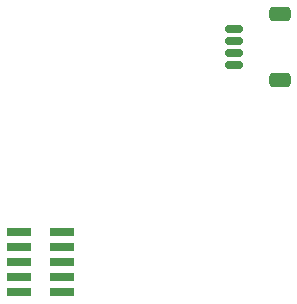
<source format=gbp>
G04 #@! TF.GenerationSoftware,KiCad,Pcbnew,7.0.1*
G04 #@! TF.CreationDate,2023-04-16T16:23:16+07:00*
G04 #@! TF.ProjectId,chargerV1,63686172-6765-4725-9631-2e6b69636164,rev?*
G04 #@! TF.SameCoordinates,Original*
G04 #@! TF.FileFunction,Paste,Bot*
G04 #@! TF.FilePolarity,Positive*
%FSLAX46Y46*%
G04 Gerber Fmt 4.6, Leading zero omitted, Abs format (unit mm)*
G04 Created by KiCad (PCBNEW 7.0.1) date 2023-04-16 16:23:16*
%MOMM*%
%LPD*%
G01*
G04 APERTURE LIST*
G04 Aperture macros list*
%AMRoundRect*
0 Rectangle with rounded corners*
0 $1 Rounding radius*
0 $2 $3 $4 $5 $6 $7 $8 $9 X,Y pos of 4 corners*
0 Add a 4 corners polygon primitive as box body*
4,1,4,$2,$3,$4,$5,$6,$7,$8,$9,$2,$3,0*
0 Add four circle primitives for the rounded corners*
1,1,$1+$1,$2,$3*
1,1,$1+$1,$4,$5*
1,1,$1+$1,$6,$7*
1,1,$1+$1,$8,$9*
0 Add four rect primitives between the rounded corners*
20,1,$1+$1,$2,$3,$4,$5,0*
20,1,$1+$1,$4,$5,$6,$7,0*
20,1,$1+$1,$6,$7,$8,$9,0*
20,1,$1+$1,$8,$9,$2,$3,0*%
G04 Aperture macros list end*
%ADD10RoundRect,0.150000X-0.625000X0.150000X-0.625000X-0.150000X0.625000X-0.150000X0.625000X0.150000X0*%
%ADD11RoundRect,0.250000X-0.650000X0.350000X-0.650000X-0.350000X0.650000X-0.350000X0.650000X0.350000X0*%
%ADD12R,2.100000X0.750000*%
G04 APERTURE END LIST*
D10*
X92240000Y-70300000D03*
X92240000Y-71300000D03*
X92240000Y-72300000D03*
X92240000Y-73300000D03*
D11*
X96115000Y-69000000D03*
X96115000Y-74600000D03*
D12*
X74100000Y-87500000D03*
X77700000Y-87500000D03*
X74100000Y-88770000D03*
X77700000Y-88770000D03*
X74100000Y-90040000D03*
X77700000Y-90040000D03*
X74100000Y-91310000D03*
X77700000Y-91310000D03*
X74100000Y-92580000D03*
X77700000Y-92580000D03*
M02*

</source>
